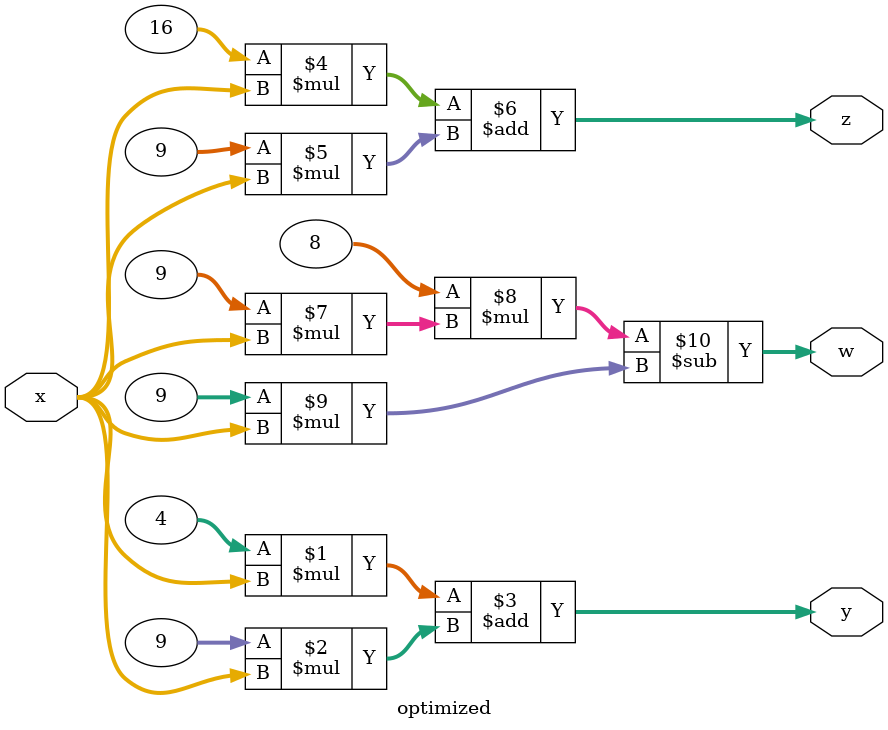
<source format=v>
module optimized(
    input [31:0] x,
    output [31:0] y,
    output [31:0] z,
    output [31:0] w
);

assign y = 4 * x + 9 * x;

assign z = 16 * x + 9 * x;

assign w = 8 * (9 * x) - 9 * x;

endmodule

</source>
